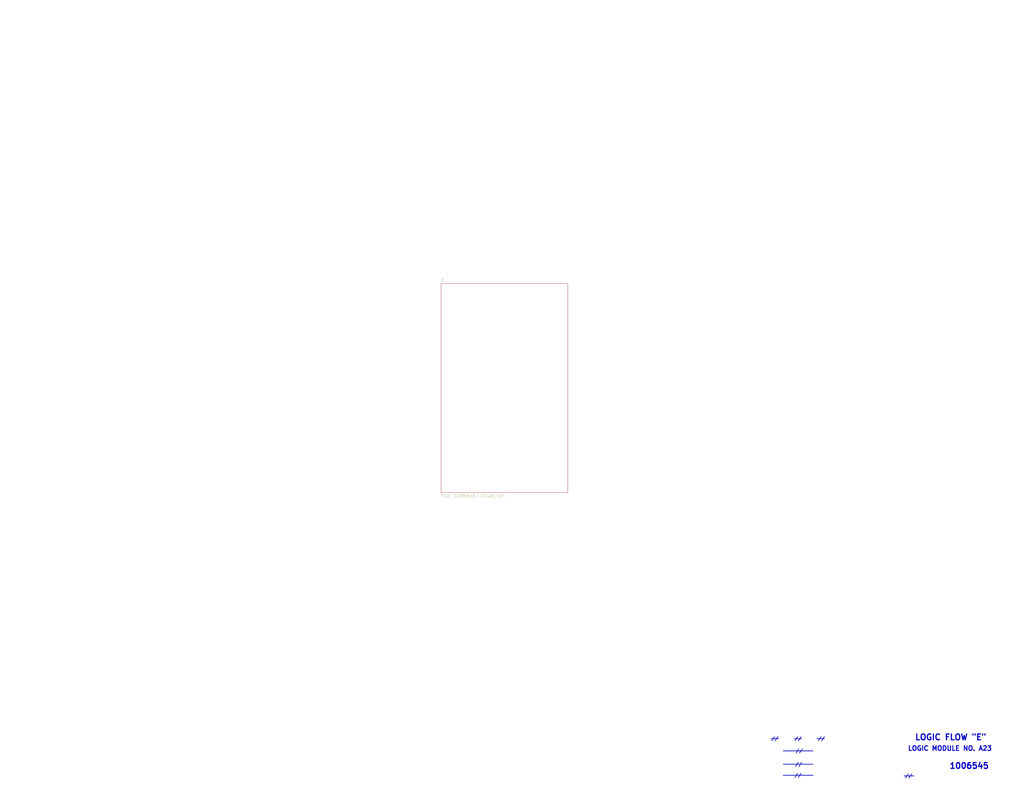
<source format=kicad_sch>
(kicad_sch (version 20211123) (generator eeschema)
  (paper "E")
  (lib_symbols)
  (text "___" (at 841.0448 807.0596 0) (effects (font (size 3.556 3.556) (thickness 0.7112) bold) (justify left bottom)))
  (text "//" (at 892.175 808.99 0) (effects (font (size 3.556 3.556) (thickness 0.7112) bold) (justify left bottom)))
  (text "____________" (at 854.3798 834.9996 0) (effects (font (size 3.556 3.556) (thickness 0.7112) bold) (justify left bottom)))
  (text "___" (at 891.2098 807.0596 0) (effects (font (size 3.556 3.556) (thickness 0.7112) bold) (justify left bottom)))
  (text "____________" (at 854.3798 820.3946 0) (effects (font (size 3.556 3.556) (thickness 0.7112) bold) (justify left bottom)))
  (text "____" (at 986.155 847.725 0) (effects (font (size 3.556 3.556) (thickness 0.7112) bold) (justify left bottom)))
  (text "LOGIC FLOW \"E\"" (at 998.22 808.99 0) (effects (font (size 6.35 6.35) (thickness 1.27) bold) (justify left bottom)))
  (text "//" (at 841.375 808.99 0) (effects (font (size 3.556 3.556) (thickness 0.7112) bold) (justify left bottom)))
  (text "//" (at 866.775 848.995 0) (effects (font (size 3.556 3.556) (thickness 0.7112) bold) (justify left bottom)))
  (text "//" (at 866.775 808.99 0) (effects (font (size 3.556 3.556) (thickness 0.7112) bold) (justify left bottom)))
  (text "//" (at 867.41 836.93 0) (effects (font (size 3.556 3.556) (thickness 0.7112) bold) (justify left bottom)))
  (text "____________" (at 854.3798 847.0646 0) (effects (font (size 3.556 3.556) (thickness 0.7112) bold) (justify left bottom)))
  (text "//" (at 868.045 822.325 0) (effects (font (size 3.556 3.556) (thickness 0.7112) bold) (justify left bottom)))
  (text "___" (at 866.4448 807.0596 0) (effects (font (size 3.556 3.556) (thickness 0.7112) bold) (justify left bottom)))
  (text "1006545" (at 1035.812 840.232 0) (effects (font (size 6.35 6.35) (thickness 1.27) bold) (justify left bottom)))
  (text "//" (at 987.425 849.63 0) (effects (font (size 3.556 3.556) (thickness 0.7112) bold) (justify left bottom)))
  (text "LOGIC MODULE NO. A23" (at 990.6 820.42 0) (effects (font (size 5.08 5.08) (thickness 1.016) bold) (justify left bottom)))
  (sheet (at 481.33 309.88) (size 138.43 227.965)
    (property "Sheet name" "1" (at 481.33 308.0254 0) (effects (font (size 3.556 3.556)) (justify left bottom)))
    (property "Sheet file" "1006545-.kicad_sch" (at 481.33 539.344 0) (effects (font (size 3.556 3.556)) (justify left top)))
  )
)
</source>
